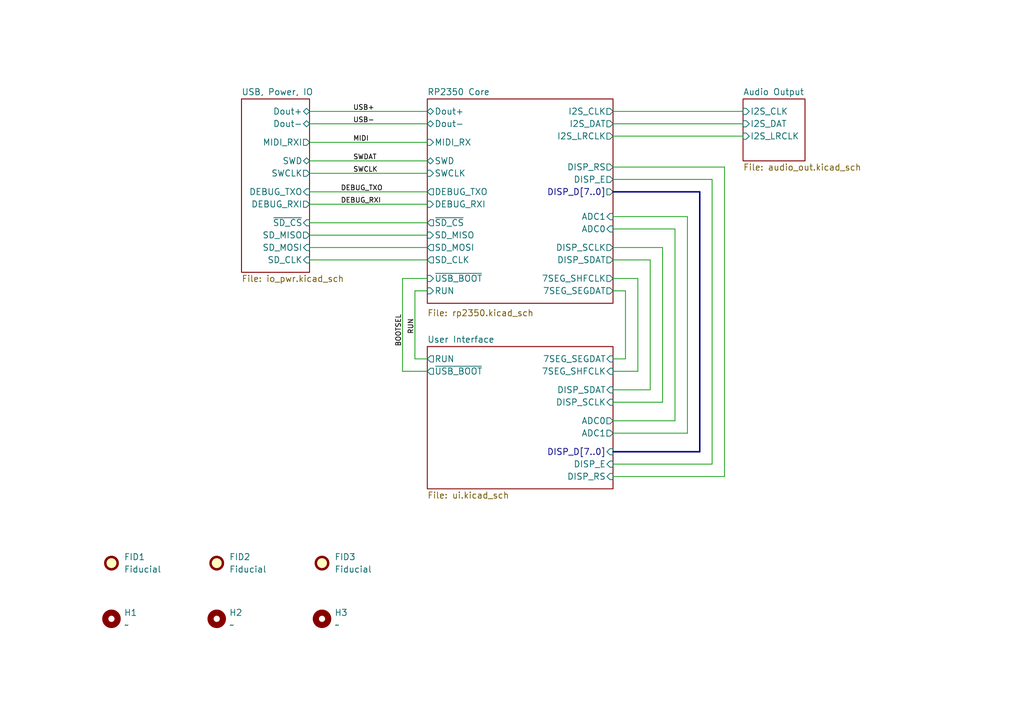
<source format=kicad_sch>
(kicad_sch (version 20230121) (generator eeschema)
  (paper "A5")
  (title_block (title "Dedicated HW for picoX7") (date "2025-03-10") (rev "0.1.1") (company "https://github.com/GeorgeRudolf/picoX7"))
  (lib_symbols
    (symbol "Mechanical:Fiducial"
      (property "Reference" "FID" (at 0 5.08 0))
      (property "Value" "Fiducial" (at 0 3.175 0))
      (symbol "Fiducial_0_1"
        (circle (center 0 0) (radius 1.27) (stroke (width 0.508)) (fill (type background)))
      )
    )
    (symbol "Mechanical:MountingHole" (pin_names (offset 1.016))
      (property "Reference" "H" (at 0 5.08 0))
      (property "Value" "MountingHole" (at 0 3.175 0))
      (symbol "MountingHole_0_1"
        (circle (center 0 0) (radius 1.27) (stroke (width 1.27)))
      )
    )
  )
  (wire (pts (xy 146.05 36.83) (xy 125.73 36.83)))
  (wire (pts (xy 125.73 80.01) (xy 133.35 80.01)))
  (wire (pts (xy 130.81 76.2) (xy 130.81 57.15)))
  (wire (pts (xy 125.73 44.45) (xy 140.97 44.45)))
  (bus (pts (xy 143.51 39.37) (xy 143.51 92.71)))
  (wire (pts (xy 140.97 88.9) (xy 125.73 88.9)))
  (wire (pts (xy 133.35 53.34) (xy 125.73 53.34)))
  (wire (pts (xy 63.5 45.72) (xy 87.63 45.72)))
  (wire (pts (xy 87.63 59.69) (xy 85.09 59.69)))
  (wire (pts (xy 146.05 95.25) (xy 146.05 36.83)))
  (wire (pts (xy 63.5 25.4) (xy 87.63 25.4)))
  (wire (pts (xy 125.73 27.94) (xy 152.4 27.94)))
  (wire (pts (xy 63.5 48.26) (xy 87.63 48.26)))
  (wire (pts (xy 85.09 59.69) (xy 85.09 73.66)))
  (wire (pts (xy 138.43 86.36) (xy 138.43 46.99)))
  (wire (pts (xy 138.43 46.99) (xy 125.73 46.99)))
  (wire (pts (xy 63.5 53.34) (xy 87.63 53.34)))
  (wire (pts (xy 82.55 76.2) (xy 87.63 76.2)))
  (wire (pts (xy 63.5 35.56) (xy 87.63 35.56)))
  (wire (pts (xy 140.97 44.45) (xy 140.97 88.9)))
  (wire (pts (xy 128.27 73.66) (xy 125.73 73.66)))
  (wire (pts (xy 63.5 41.91) (xy 87.63 41.91)))
  (wire (pts (xy 125.73 22.86) (xy 152.4 22.86)))
  (wire (pts (xy 130.81 57.15) (xy 125.73 57.15)))
  (wire (pts (xy 125.73 86.36) (xy 138.43 86.36)))
  (wire (pts (xy 63.5 29.21) (xy 87.63 29.21)))
  (wire (pts (xy 148.59 34.29) (xy 148.59 97.79)))
  (wire (pts (xy 125.73 34.29) (xy 148.59 34.29)))
  (wire (pts (xy 148.59 97.79) (xy 125.73 97.79)))
  (bus (pts (xy 125.73 39.37) (xy 143.51 39.37)))
  (wire (pts (xy 63.5 50.8) (xy 87.63 50.8)))
  (wire (pts (xy 135.89 82.55) (xy 125.73 82.55)))
  (wire (pts (xy 135.89 50.8) (xy 135.89 82.55)))
  (wire (pts (xy 128.27 59.69) (xy 128.27 73.66)))
  (wire (pts (xy 125.73 25.4) (xy 152.4 25.4)))
  (wire (pts (xy 125.73 95.25) (xy 146.05 95.25)))
  (wire (pts (xy 125.73 76.2) (xy 130.81 76.2)))
  (wire (pts (xy 125.73 59.69) (xy 128.27 59.69)))
  (wire (pts (xy 63.5 39.37) (xy 87.63 39.37)))
  (wire (pts (xy 87.63 57.15) (xy 82.55 57.15)))
  (wire (pts (xy 133.35 80.01) (xy 133.35 53.34)))
  (wire (pts (xy 82.55 57.15) (xy 82.55 76.2)))
  (wire (pts (xy 63.5 33.02) (xy 87.63 33.02)))
  (bus (pts (xy 143.51 92.71) (xy 125.73 92.71)))
  (wire (pts (xy 63.5 22.86) (xy 87.63 22.86)))
  (wire (pts (xy 85.09 73.66) (xy 87.63 73.66)))
  (wire (pts (xy 125.73 50.8) (xy 135.89 50.8)))
  (label "MIDI" (at 72.39 29.21 0) (effects (font (size 1 1))))
  (label "BOOTSEL" (at 82.55 71.12 90) (effects (font (size 1 1))))
  (label "USB-" (at 72.39 25.4 0) (effects (font (size 1 1))))
  (label "USB+" (at 72.39 22.86 0) (effects (font (size 1 1))))
  (label "SWCLK" (at 72.39 35.56 0) (effects (font (size 1 1))))
  (label "DEBUG_TXO" (at 69.85 39.37 0) (effects (font (size 1 1))))
  (label "DEBUG_RXI" (at 69.85 41.91 0) (effects (font (size 1 1))))
  (label "SWDAT" (at 72.39 33.02 0) (effects (font (size 1 1))))
  (label "RUN" (at 85.09 68.58 90) (effects (font (size 1 1))))
  (symbol (lib_id "Mechanical:Fiducial") (at 66.04 115.57 0) (unit 1) (in_bom no)
    (property "Reference" "FID3" (at 68.58 114.3 0) (effects (justify left)))
    (property "Value" "Fiducial" (at 68.58 116.84 0) (effects (justify left)))
    (property "Footprint" "Fiducial:Fiducial_0.5mm_Mask1mm" (effects hide))
    (property "LCSC" "N/A" (effects hide))
    (property "LCSC Part #" "N/A" (effects hide))
  )
  (symbol (lib_id "Mechanical:MountingHole") (at 22.86 127 0) (unit 1) (in_bom no)
    (property "Reference" "H1" (at 25.4 125.73 0) (effects (justify left)))
    (property "Value" "~" (at 25.4 128.27 0) (effects (justify left)))
    (property "Footprint" "MountingHole:MountingHole_3.2mm_M3" (effects hide))
    (property "LCSC" "N/A" (effects hide))
    (property "LCSC Part #" "N/A" (effects hide))
  )
  (symbol (lib_id "Mechanical:Fiducial") (at 44.45 115.57 0) (unit 1) (in_bom no)
    (property "Reference" "FID2" (at 46.99 114.3 0) (effects (justify left)))
    (property "Value" "Fiducial" (at 46.99 116.84 0) (effects (justify left)))
    (property "Footprint" "Fiducial:Fiducial_0.5mm_Mask1mm" (effects hide))
    (property "LCSC" "N/A" (effects hide))
    (property "LCSC Part #" "N/A" (effects hide))
  )
  (symbol (lib_id "Mechanical:MountingHole") (at 66.04 127 0) (unit 1) (in_bom no)
    (property "Reference" "H3" (at 68.58 125.73 0) (effects (justify left)))
    (property "Value" "~" (at 68.58 128.27 0) (effects (justify left)))
    (property "Footprint" "MountingHole:MountingHole_3.2mm_M3" (effects hide))
    (property "LCSC" "N/A" (effects hide))
    (property "LCSC Part #" "N/A" (effects hide))
  )
  (symbol (lib_id "Mechanical:MountingHole") (at 44.45 127 0) (unit 1) (in_bom no)
    (property "Reference" "H2" (at 46.99 125.73 0) (effects (justify left)))
    (property "Value" "~" (at 46.99 128.27 0) (effects (justify left)))
    (property "Footprint" "MountingHole:MountingHole_3.2mm_M3" (effects hide))
    (property "LCSC" "N/A" (effects hide))
    (property "LCSC Part #" "N/A" (effects hide))
  )
  (symbol (lib_id "Mechanical:Fiducial") (at 22.86 115.57 0) (unit 1)
    (property "Reference" "FID1" (at 25.4 114.3 0) (effects (justify left)))
    (property "Value" "Fiducial" (at 25.4 116.84 0) (effects (justify left)))
    (property "Footprint" "Fiducial:Fiducial_0.5mm_Mask1mm" (effects hide))
    (property "LCSC" "N/A" (effects hide))
    (property "LCSC Part #" "N/A" (effects hide))
  )
  (sheet (at 152.4 20.32) (size 12.7 12.7) (stroke (width 0.1524))
    (property "Sheetname" "Audio Output" (at 152.4 19.6084 0) (effects (justify left bottom)))
    (property "Sheetfile" "audio_out.kicad_sch" (at 152.4 33.6046 0) (effects (justify left top)))
    (pin "I2S_DAT" input (at 152.4 25.4 180))
    (pin "I2S_CLK" input (at 152.4 22.86 180))
    (pin "I2S_LRCLK" input (at 152.4 27.94 180))
  )
  (sheet (at 87.63 71.12) (size 38.1 29.21) (stroke (width 0.1524))
    (property "Sheetname" "User Interface" (at 87.63 70.4084 0) (effects (justify left bottom)))
    (property "Sheetfile" "ui.kicad_sch" (at 87.63 100.9146 0) (effects (justify left top)))
    (pin "7SEG_SEGDAT" input (at 125.73 73.66 0))
    (pin "7SEG_SHFCLK" input (at 125.73 76.2 0))
    (pin "RUN" output (at 87.63 73.66 180))
    (pin "~{USB_BOOT}" output (at 87.63 76.2 180))
    (pin "ADC0" output (at 125.73 86.36 0))
    (pin "ADC1" output (at 125.73 88.9 0))
    (pin "DISP_SDAT" input (at 125.73 80.01 0))
    (pin "DISP_SCLK" input (at 125.73 82.55 0))
    (pin "DISP_RS" input (at 125.73 97.79 0))
    (pin "DISP_E" input (at 125.73 95.25 0))
    (pin "DISP_D[7..0]" input (at 125.73 92.71 0))
  )
  (sheet (at 49.53 20.32) (size 13.97 35.56) (stroke (width 0.1524))
    (property "Sheetname" "USB, Power, IO" (at 49.53 19.6084 0) (effects (justify left bottom)))
    (property "Sheetfile" "io_pwr.kicad_sch" (at 49.53 56.4646 0) (effects (justify left top)))
    (pin "MIDI_RXI" output (at 63.5 29.21 0))
    (pin "DEBUG_TXO" input (at 63.5 39.37 0))
    (pin "DEBUG_RXI" output (at 63.5 41.91 0))
    (pin "SWCLK" output (at 63.5 35.56 0))
    (pin "SWD" bidirectional (at 63.5 33.02 0))
    (pin "Dout-" bidirectional (at 63.5 25.4 0))
    (pin "Dout+" bidirectional (at 63.5 22.86 0))
    (pin "SD_MOSI" input (at 63.5 50.8 0))
    (pin "~{SD_CS}" input (at 63.5 45.72 0))
    (pin "SD_CLK" input (at 63.5 53.34 0))
    (pin "SD_MISO" output (at 63.5 48.26 0))
  )
  (sheet (at 87.63 20.32) (size 38.1 41.91) (stroke (width 0.1524))
    (property "Sheetname" "RP2350 Core" (at 87.63 19.6084 0) (effects (justify left bottom)))
    (property "Sheetfile" "rp2350.kicad_sch" (at 87.63 63.5 0) (effects (justify left top)))
    (pin "SWD" bidirectional (at 87.63 33.02 180))
    (pin "SWCLK" input (at 87.63 35.56 180))
    (pin "RUN" input (at 87.63 59.69 180))
    (pin "~{USB_BOOT}" input (at 87.63 57.15 180))
    (pin "I2S_LRCLK" output (at 125.73 27.94 0))
    (pin "DISP_SDAT" output (at 125.73 53.34 0))
    (pin "DISP_SCLK" output (at 125.73 50.8 0))
    (pin "Dout+" bidirectional (at 87.63 22.86 180))
    (pin "Dout-" bidirectional (at 87.63 25.4 180))
    (pin "DEBUG_RXI" input (at 87.63 41.91 180))
    (pin "7SEG_SEGDAT" output (at 125.73 59.69 0))
    (pin "DEBUG_TXO" output (at 87.63 39.37 180))
    (pin "7SEG_SHFCLK" output (at 125.73 57.15 0))
    (pin "MIDI_RX" input (at 87.63 29.21 180))
    (pin "I2S_CLK" output (at 125.73 22.86 0))
    (pin "I2S_DAT" output (at 125.73 25.4 0))
    (pin "ADC0" input (at 125.73 46.99 0))
    (pin "ADC1" input (at 125.73 44.45 0))
    (pin "DISP_RS" output (at 125.73 34.29 0))
    (pin "DISP_E" output (at 125.73 36.83 0))
    (pin "DISP_D[7..0]" output (at 125.73 39.37 0))
    (pin "SD_MOSI" output (at 87.63 50.8 180))
    (pin "SD_MISO" input (at 87.63 48.26 180))
    (pin "~{SD_CS}" output (at 87.63 45.72 180))
    (pin "SD_CLK" output (at 87.63 53.34 180))
  )
)
</source>
